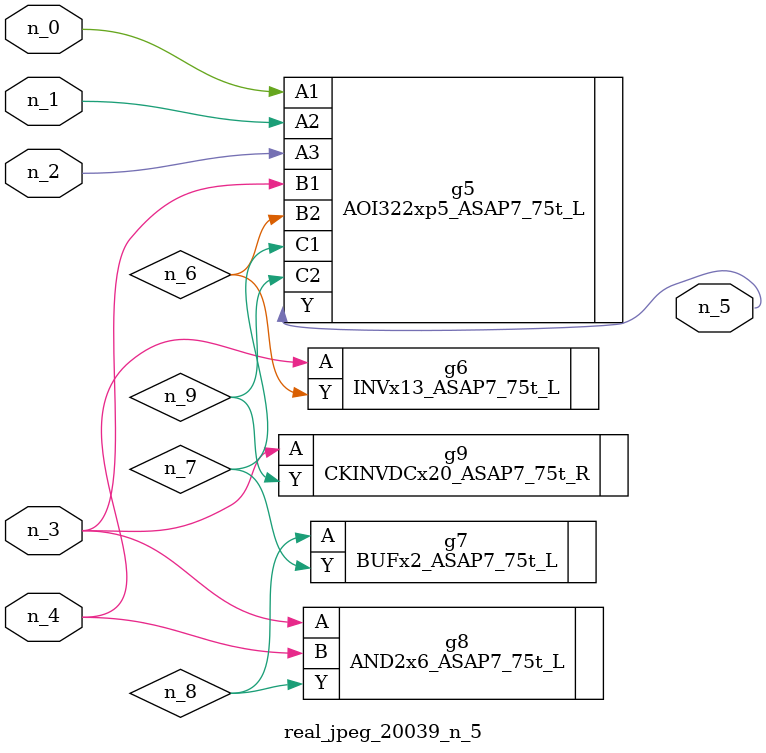
<source format=v>
module real_jpeg_20039_n_5 (n_4, n_0, n_1, n_2, n_3, n_5);

input n_4;
input n_0;
input n_1;
input n_2;
input n_3;

output n_5;

wire n_8;
wire n_6;
wire n_7;
wire n_9;

AOI322xp5_ASAP7_75t_L g5 ( 
.A1(n_0),
.A2(n_1),
.A3(n_2),
.B1(n_3),
.B2(n_6),
.C1(n_7),
.C2(n_9),
.Y(n_5)
);

AND2x6_ASAP7_75t_L g8 ( 
.A(n_3),
.B(n_4),
.Y(n_8)
);

CKINVDCx20_ASAP7_75t_R g9 ( 
.A(n_3),
.Y(n_9)
);

INVx13_ASAP7_75t_L g6 ( 
.A(n_4),
.Y(n_6)
);

BUFx2_ASAP7_75t_L g7 ( 
.A(n_8),
.Y(n_7)
);


endmodule
</source>
